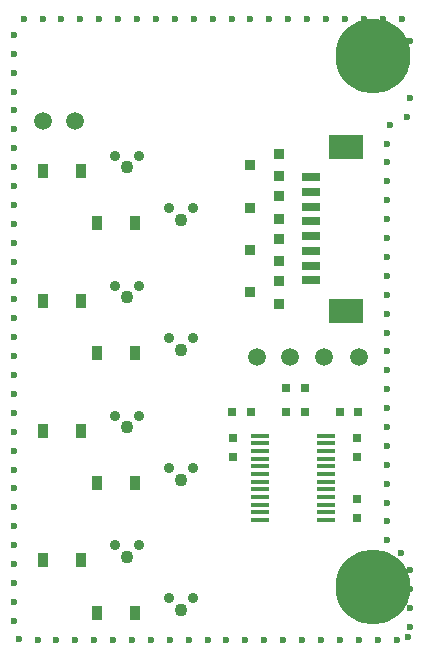
<source format=gbr>
G04*
G04 #@! TF.GenerationSoftware,Altium Limited,Altium Designer,24.1.2 (44)*
G04*
G04 Layer_Color=255*
%FSLAX44Y44*%
%MOMM*%
G71*
G04*
G04 #@! TF.SameCoordinates,72F2B316-7FC6-4B7C-B3EC-A1DFD3802FF3*
G04*
G04*
G04 #@! TF.FilePolarity,Positive*
G04*
G01*
G75*
%ADD29C,1.1000*%
%ADD30C,0.9000*%
%ADD31C,0.6000*%
%ADD32C,6.3500*%
%ADD33C,1.0000*%
%ADD35R,1.6000X0.8000*%
%ADD36R,3.0000X2.1000*%
%ADD37R,1.5000X0.4000*%
%ADD38R,0.9500X0.9000*%
%ADD39R,0.7000X0.8000*%
%ADD40C,1.5000*%
%ADD41R,0.9100X1.2200*%
%ADD42R,0.9100X1.2200*%
%ADD43R,0.8000X0.7000*%
D29*
X146300Y29800D02*
D03*
X100500Y74500D02*
D03*
X146300Y139800D02*
D03*
X100500Y184500D02*
D03*
X146300Y249800D02*
D03*
X100500Y294500D02*
D03*
X146300Y359800D02*
D03*
X100500Y404500D02*
D03*
D30*
X156300Y39800D02*
D03*
X136300D02*
D03*
X110500Y84500D02*
D03*
X90500D02*
D03*
X156300Y149800D02*
D03*
X136300D02*
D03*
X110500Y194500D02*
D03*
X90500D02*
D03*
X156300Y259800D02*
D03*
X136300D02*
D03*
X110500Y304500D02*
D03*
X90500D02*
D03*
X156300Y369800D02*
D03*
X136300D02*
D03*
X110500Y414500D02*
D03*
X90500D02*
D03*
D31*
X338328Y7114D02*
D03*
X340335Y15778D02*
D03*
Y31779D02*
D03*
Y47779D02*
D03*
X328845Y4644D02*
D03*
X312845D02*
D03*
X296845D02*
D03*
X333114Y530371D02*
D03*
X317114Y530356D02*
D03*
X301114D02*
D03*
X285114D02*
D03*
X269114D02*
D03*
X253114D02*
D03*
X237114D02*
D03*
X221114D02*
D03*
X205114D02*
D03*
X189114D02*
D03*
X173114D02*
D03*
X157114D02*
D03*
X141114D02*
D03*
X125114D02*
D03*
X109114D02*
D03*
X93114D02*
D03*
X77114D02*
D03*
X61114D02*
D03*
X45114D02*
D03*
X29114D02*
D03*
X13114D02*
D03*
X4644Y516782D02*
D03*
Y500782D02*
D03*
Y484782D02*
D03*
Y468782D02*
D03*
Y452782D02*
D03*
Y436782D02*
D03*
Y420782D02*
D03*
Y404782D02*
D03*
Y388782D02*
D03*
Y372782D02*
D03*
Y356782D02*
D03*
Y340782D02*
D03*
Y324782D02*
D03*
Y308782D02*
D03*
Y292782D02*
D03*
Y276782D02*
D03*
Y260782D02*
D03*
Y244782D02*
D03*
Y228782D02*
D03*
Y212782D02*
D03*
Y196782D02*
D03*
Y180782D02*
D03*
Y164782D02*
D03*
Y148782D02*
D03*
Y132782D02*
D03*
Y116782D02*
D03*
Y100782D02*
D03*
Y84782D02*
D03*
Y68782D02*
D03*
Y52782D02*
D03*
Y36782D02*
D03*
Y20782D02*
D03*
X8860Y5348D02*
D03*
X24845Y4644D02*
D03*
X40845D02*
D03*
X56845D02*
D03*
X72845D02*
D03*
X88845D02*
D03*
X104845D02*
D03*
X120845D02*
D03*
X136845D02*
D03*
X152845D02*
D03*
X168845D02*
D03*
X184845D02*
D03*
X200845D02*
D03*
X216845D02*
D03*
X232845D02*
D03*
X248845D02*
D03*
X264845D02*
D03*
X280845D02*
D03*
X340335Y63779D02*
D03*
X332650Y77812D02*
D03*
X321004Y88783D02*
D03*
X320356Y104770D02*
D03*
Y120770D02*
D03*
Y136770D02*
D03*
Y152770D02*
D03*
Y168770D02*
D03*
Y184770D02*
D03*
Y200770D02*
D03*
Y216770D02*
D03*
Y232770D02*
D03*
Y248770D02*
D03*
Y264770D02*
D03*
Y280770D02*
D03*
Y296770D02*
D03*
Y312770D02*
D03*
Y328770D02*
D03*
Y344770D02*
D03*
Y360770D02*
D03*
Y376770D02*
D03*
Y392770D02*
D03*
Y408770D02*
D03*
Y424770D02*
D03*
X323615Y440435D02*
D03*
X337961Y447520D02*
D03*
X340355Y463340D02*
D03*
Y511339D02*
D03*
D32*
X309000Y49000D02*
D03*
Y499000D02*
D03*
D33*
X325164Y482836D02*
D03*
X292836D02*
D03*
Y515164D02*
D03*
X325164D02*
D03*
X331860Y499000D02*
D03*
X309000Y476140D02*
D03*
X286140Y499000D02*
D03*
X309000Y521860D02*
D03*
X325164Y32836D02*
D03*
X292836D02*
D03*
Y65164D02*
D03*
X325164D02*
D03*
X331860Y49000D02*
D03*
X309000Y26140D02*
D03*
X286140Y49000D02*
D03*
X309000Y71860D02*
D03*
D35*
X256794Y371348D02*
D03*
Y358848D02*
D03*
Y383848D02*
D03*
Y396348D02*
D03*
Y346348D02*
D03*
Y333848D02*
D03*
Y321348D02*
D03*
Y308848D02*
D03*
D36*
X285794Y421848D02*
D03*
Y283348D02*
D03*
D37*
X269525Y177488D02*
D03*
Y170988D02*
D03*
Y164488D02*
D03*
Y157988D02*
D03*
Y151488D02*
D03*
Y144988D02*
D03*
Y138488D02*
D03*
Y131988D02*
D03*
Y125488D02*
D03*
Y118988D02*
D03*
Y112488D02*
D03*
Y105988D02*
D03*
X213137D02*
D03*
Y112488D02*
D03*
Y118988D02*
D03*
Y125488D02*
D03*
Y131988D02*
D03*
Y138488D02*
D03*
Y144988D02*
D03*
Y151488D02*
D03*
Y157988D02*
D03*
Y164488D02*
D03*
Y170988D02*
D03*
Y177488D02*
D03*
D38*
X229708Y308204D02*
D03*
X229708Y396954D02*
D03*
X204708Y406454D02*
D03*
X229708Y415954D02*
D03*
X229708Y361037D02*
D03*
X204708Y370537D02*
D03*
X229708Y380037D02*
D03*
Y325121D02*
D03*
X204708Y334621D02*
D03*
X229708Y344121D02*
D03*
Y289204D02*
D03*
X204708Y298704D02*
D03*
D39*
X251040Y218186D02*
D03*
X235040D02*
D03*
X205523Y197120D02*
D03*
X189523D02*
D03*
X251040Y197110D02*
D03*
X235040D02*
D03*
X296548D02*
D03*
X280548D02*
D03*
D40*
X238845Y244179D02*
D03*
X29150Y443540D02*
D03*
X296672Y244179D02*
D03*
X267377D02*
D03*
X210312D02*
D03*
X56388Y443540D02*
D03*
D41*
X29150Y291800D02*
D03*
X74950Y357100D02*
D03*
X29150Y401800D02*
D03*
Y71800D02*
D03*
X74950Y137100D02*
D03*
X29150Y181800D02*
D03*
X74950Y247100D02*
D03*
Y27100D02*
D03*
D42*
X61850Y71800D02*
D03*
X107650Y137100D02*
D03*
X61850Y401800D02*
D03*
Y181800D02*
D03*
X107650Y357100D02*
D03*
Y247100D02*
D03*
X61850Y291800D02*
D03*
X107650Y27100D02*
D03*
D43*
X295433Y175462D02*
D03*
Y159462D02*
D03*
Y123400D02*
D03*
Y107400D02*
D03*
X190023Y175452D02*
D03*
Y159452D02*
D03*
M02*

</source>
